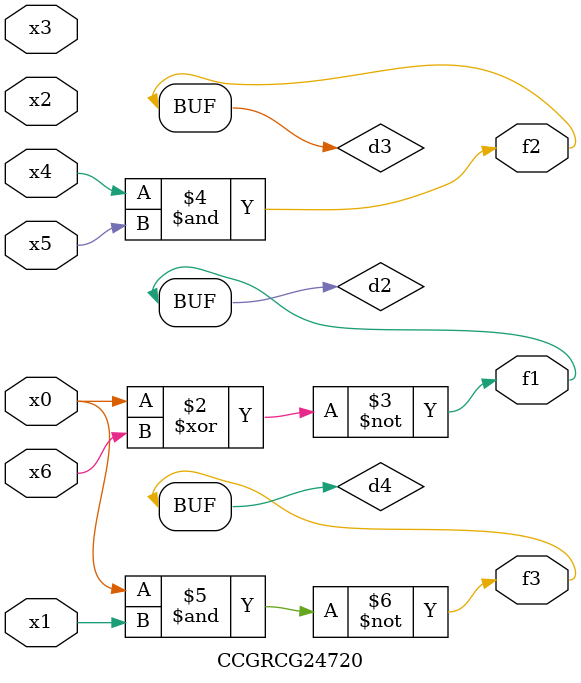
<source format=v>
module CCGRCG24720(
	input x0, x1, x2, x3, x4, x5, x6,
	output f1, f2, f3
);

	wire d1, d2, d3, d4;

	nor (d1, x0);
	xnor (d2, x0, x6);
	and (d3, x4, x5);
	nand (d4, x0, x1);
	assign f1 = d2;
	assign f2 = d3;
	assign f3 = d4;
endmodule

</source>
